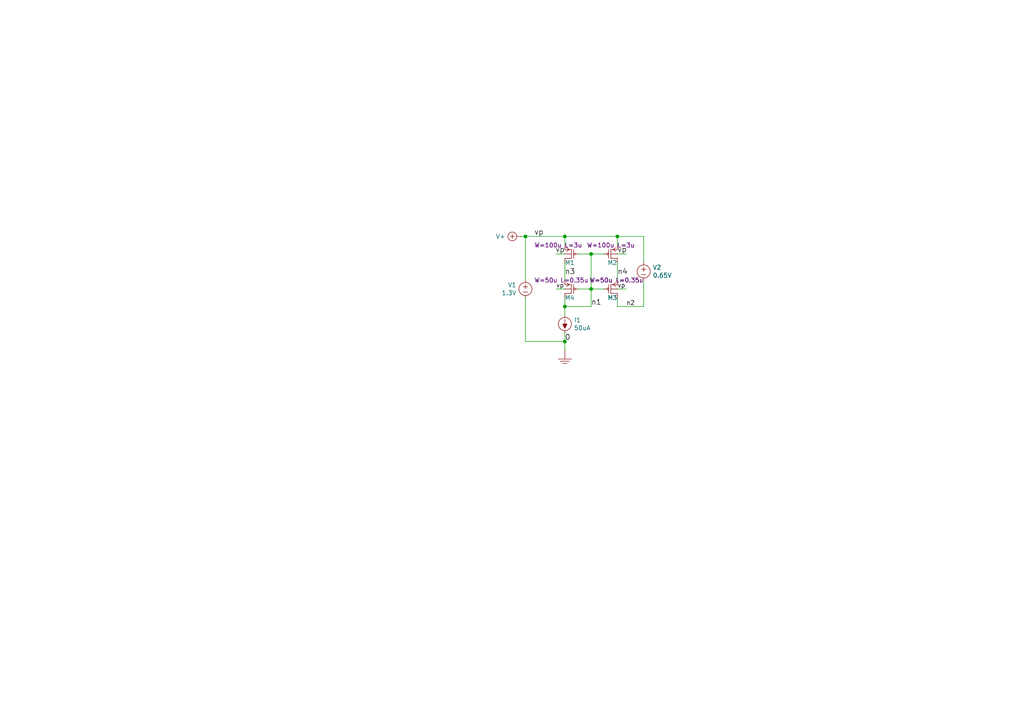
<source format=kicad_sch>
(kicad_sch (version 20230121) (generator eeschema)
  (paper "A4")
  (lib_symbols
    (symbol "sch-rescue:GND-Earth-REF-Sources_Power" (pin_numbers hide) (pin_names (offset 0) hide)
      (symbol "GND-Earth-REF-Sources_Power_0_1"
        (polyline (pts (xy -1.905 0) (xy 1.905 0)))
        (polyline (pts (xy -1.27 -0.635) (xy 1.27 -0.635)))
        (polyline (pts (xy -0.635 -1.27) (xy 0.635 -1.27)))
        (polyline (pts (xy 0 2.54) (xy 0 0)))
      )
      (symbol "GND-Earth-REF-Sources_Power_1_1"
        (pin power_out line (at 0 2.54 270) (length 0) (name "1") (number "1"))
      )
    )
    (symbol "sch-rescue:I-IND-DC-Sources_Signal" (pin_numbers hide) (pin_names (offset 0) hide)
      (property "Reference" "I" (at 0.635 3.175 0))
      (property "Value" "Sources_Signal_I-IND-DC" (at 0.635 -3.175 0))
      (symbol "I-IND-DC-Sources_Signal_0_1"
        (polyline (pts (xy 0 -1.905) (xy 0 -2.54)))
        (polyline (pts (xy 0 1.905) (xy 0 2.54)))
        (polyline (pts (xy 0 1.27) (xy 0 -1.27) (xy -0.635 0) (xy 0.635 0) (xy 0 -1.27)) (fill (type outline)))
        (circle (center 0 0) (radius 1.905))
      )
      (symbol "I-IND-DC-Sources_Signal_1_1"
        (pin input line (at 0 2.54 270) (length 0) (name "1") (number "1"))
        (pin input line (at 0 -2.54 90) (length 0) (name "2") (number "2"))
      )
    )
    (symbol "sch-rescue:PCH-ENH-4TERM-GENERIC-Transistors_MOSFET" (pin_numbers hide) (pin_names (offset 0) hide)
      (property "Reference" "Q" (at 3.175 2.54 0))
      (property "Value" "${SIM.PARAMS}" (at 3.175 -1.905 0))
      (property "Sim.Params" "Transistors_MOSFET_PCH-ENH-4TERM-GENERIC" (at 3.175 -1.905 0))
      (symbol "PCH-ENH-4TERM-GENERIC-Transistors_MOSFET_0_1"
        (circle (center -0.254 0) (radius 0.254))
        (polyline (pts (xy -1.27 0) (xy -0.508 0)))
        (polyline (pts (xy 0.635 0) (xy 2.54 0)))
      )
      (symbol "PCH-ENH-4TERM-GENERIC-Transistors_MOSFET_1_1"
        (polyline (pts (xy 0 -1.27) (xy 0 1.27)))
        (polyline (pts (xy 0.635 -1.27) (xy 0.635 1.27)))
        (polyline (pts (xy 0.635 -1.27) (xy 2.54 -1.27)))
        (polyline (pts (xy 0.635 1.27) (xy 2.54 1.27)))
        (polyline (pts (xy 2.54 -1.27) (xy 2.54 -2.54)))
        (polyline (pts (xy 2.54 1.27) (xy 2.54 2.54)))
        (polyline (pts (xy 2.032 1.778) (xy 1.27 1.27) (xy 2.032 0.762)))
        (pin bidirectional line (at 2.54 0 180) (length 0) (name "Bulk") (number "b"))
        (pin bidirectional line (at 2.54 -2.54 90) (length 0) (name "Drain") (number "d"))
        (pin bidirectional line (at -1.27 0 0) (length 0) (name "Gate") (number "g"))
        (pin bidirectional line (at 2.54 2.54 270) (length 0) (name "Source") (number "s"))
      )
    )
    (symbol "sch-rescue:V-IND-DC-Sources_Signal" (pin_numbers hide) (pin_names (offset 0) hide)
      (property "Reference" "V" (at 0.635 3.175 0))
      (property "Value" "Sources_Signal_V-IND-DC" (at 0.635 -3.175 0))
      (symbol "V-IND-DC-Sources_Signal_0_1"
        (polyline (pts (xy -0.635 -0.889) (xy 0.635 -0.889)))
        (polyline (pts (xy 0 -1.905) (xy 0 -2.54)))
        (polyline (pts (xy 0 0) (xy 0 1.27)))
        (polyline (pts (xy 0 1.905) (xy 0 2.54)))
        (polyline (pts (xy 0.635 0.635) (xy -0.635 0.635)))
        (circle (center 0 0) (radius 1.905))
      )
      (symbol "V-IND-DC-Sources_Signal_1_1"
        (pin input line (at 0 2.54 270) (length 0) (name "1") (number "1"))
        (pin input line (at 0 -2.54 90) (length 0) (name "2") (number "2"))
      )
    )
    (symbol "sch-rescue:V-PLUS-SUPPLY-Sources_Power" (pin_numbers hide) (pin_names (offset 0) hide)
      (property "Value" "Sources_Power_V-PLUS-SUPPLY" (at 0 1.905 0))
      (symbol "V-PLUS-SUPPLY-Sources_Power_0_1"
        (polyline (pts (xy -0.635 0) (xy 0.635 0)))
        (polyline (pts (xy 0 -2.54) (xy 0 -1.27)))
        (polyline (pts (xy 0 -0.635) (xy 0 0.635)))
        (circle (center 0 0) (radius 1.27))
      )
      (symbol "V-PLUS-SUPPLY-Sources_Power_1_1"
        (pin power_out line (at 0 -2.54 90) (length 0) (name "1") (number "1"))
      )
    )
  )
  (junction (at 163.83 68.58))
  (junction (at 179.07 68.58))
  (junction (at 152.4 68.58))
  (junction (at 171.45 73.66))
  (junction (at 163.83 88.9))
  (junction (at 171.45 83.82))
  (junction (at 163.83 99.06))
  (wire (pts (xy 179.07 88.9) (xy 186.69 88.9)))
  (wire (pts (xy 163.83 71.12) (xy 163.83 68.58)))
  (wire (pts (xy 163.83 88.9) (xy 163.83 91.44)))
  (wire (pts (xy 186.69 76.2) (xy 186.69 68.58)))
  (wire (pts (xy 152.4 99.06) (xy 163.83 99.06)))
  (wire (pts (xy 179.07 86.36) (xy 179.07 88.9)))
  (wire (pts (xy 163.83 96.52) (xy 163.83 99.06)))
  (wire (pts (xy 163.83 76.2) (xy 163.83 81.28)))
  (wire (pts (xy 171.45 83.82) (xy 171.45 88.9)))
  (wire (pts (xy 179.07 71.12) (xy 179.07 68.58)))
  (wire (pts (xy 179.07 73.66) (xy 181.61 73.66)))
  (wire (pts (xy 161.29 83.82) (xy 163.83 83.82)))
  (wire (pts (xy 167.64 73.66) (xy 171.45 73.66)))
  (wire (pts (xy 171.45 83.82) (xy 167.64 83.82)))
  (wire (pts (xy 152.4 68.58) (xy 152.4 81.28)))
  (wire (pts (xy 171.45 73.66) (xy 171.45 83.82)))
  (wire (pts (xy 163.83 99.06) (xy 163.83 101.6)))
  (wire (pts (xy 163.83 86.36) (xy 163.83 88.9)))
  (wire (pts (xy 163.83 73.66) (xy 161.29 73.66)))
  (wire (pts (xy 171.45 83.82) (xy 175.26 83.82)))
  (wire (pts (xy 171.45 88.9) (xy 163.83 88.9)))
  (wire (pts (xy 163.83 68.58) (xy 179.07 68.58)))
  (wire (pts (xy 179.07 83.82) (xy 181.61 83.82)))
  (wire (pts (xy 152.4 86.36) (xy 152.4 99.06)))
  (wire (pts (xy 179.07 68.58) (xy 186.69 68.58)))
  (wire (pts (xy 179.07 81.28) (xy 179.07 76.2)))
  (wire (pts (xy 152.4 68.58) (xy 163.83 68.58)))
  (wire (pts (xy 151.13 68.58) (xy 152.4 68.58)))
  (wire (pts (xy 171.45 73.66) (xy 175.26 73.66)))
  (wire (pts (xy 186.69 81.28) (xy 186.69 88.9)))
  (label "vp" (at 179.07 73.66 0) (effects (font (size 1.524 1.524))))
  (label "n2" (at 181.61 88.9 0))
  (label "vp" (at 179.07 83.82 0))
  (label "0" (at 163.83 99.06 0) (effects (font (size 1.524 1.524))))
  (label "n3" (at 163.83 80.01 0) (effects (font (size 1.524 1.524))))
  (label "vp" (at 154.94 68.58 0) (effects (font (size 1.524 1.524))))
  (label "vp" (at 163.83 73.66 180) (effects (font (size 1.524 1.524))))
  (label "n1" (at 171.45 88.9 0) (effects (font (size 1.524 1.524))))
  (label "vp" (at 161.29 83.82 0))
  (label "n4" (at 179.07 80.01 0) (effects (font (size 1.524 1.524))))
  (symbol (lib_id "sch-rescue:V-PLUS-SUPPLY-Sources_Power") (at 148.59 68.58 90) (unit 1)
    (property "Reference" "#PWR1" (effects hide))
    (property "Value" "V+" (at 146.6342 68.58 90) (effects (justify left)))
  )
  (symbol (lib_id "sch-rescue:V-IND-DC-Sources_Signal") (at 152.4 83.82 0) (mirror y) (unit 1)
    (property "Reference" "V1" (at 149.7838 82.6516 0) (effects (justify left)))
    (property "Value" "1.3V" (at 149.7838 84.963 0) (effects (justify left)))
  )
  (symbol (lib_id "sch-rescue:I-IND-DC-Sources_Signal") (at 163.83 93.98 0) (unit 1)
    (property "Reference" "I1" (at 166.4462 92.8116 0) (effects (justify left)))
    (property "Value" "50uA" (at 166.4462 95.123 0) (effects (justify left)))
  )
  (symbol (lib_id "sch-rescue:PCH-ENH-4TERM-GENERIC-Transistors_MOSFET") (at 166.37 73.66 0) (mirror y) (unit 1)
    (property "Reference" "M1" (at 163.83 76.2 0) (effects (justify right)))
    (property "Value" "${SIM.PARAMS}" (at 154.94 71.12 0) (effects (justify right)))
    (property "Sim.Device" "SPICE" (effects hide))
    (property "Sim.Params" "W=100u L=3u" (at 154.94 71.12 0) (effects (justify right)))
    (property "Sim.Pins" "1=1 1=2 1=3 1=4" (effects hide))
  )
  (symbol (lib_id "sch-rescue:PCH-ENH-4TERM-GENERIC-Transistors_MOSFET") (at 176.53 73.66 0) (unit 1)
    (property "Reference" "M2" (at 179.07 76.2 0) (effects (justify right)))
    (property "Value" "${SIM.PARAMS}" (at 184.15 71.12 0) (effects (justify right)))
    (property "Sim.Device" "SPICE" (effects hide))
    (property "Sim.Params" "W=100u L=3u" (at 184.15 71.12 0) (effects (justify right)))
    (property "Sim.Pins" "1=1 1=2 1=3 1=4" (effects hide))
  )
  (symbol (lib_id "sch-rescue:V-IND-DC-Sources_Signal") (at 186.69 78.74 0) (unit 1)
    (property "Reference" "V2" (at 189.3062 77.5716 0) (effects (justify left)))
    (property "Value" "0.65V" (at 189.3062 79.883 0) (effects (justify left)))
  )
  (symbol (lib_id "sch-rescue:GND-Earth-REF-Sources_Power") (at 163.83 104.14 0) (unit 1)
    (property "Reference" "#PWR2" (effects hide))
    (property "Value" "GND-Earth-REF" (effects hide))
  )
  (symbol (lib_id "sch-rescue:PCH-ENH-4TERM-GENERIC-Transistors_MOSFET") (at 176.53 83.82 0) (unit 1)
    (property "Reference" "M3" (at 179.07 86.36 0) (effects (justify right)))
    (property "Value" "${SIM.PARAMS}" (at 186.69 81.28 0) (effects (justify right)))
    (property "Sim.Device" "SPICE" (effects hide))
    (property "Sim.Params" "W=50u L=0.35u" (at 186.69 81.28 0) (effects (justify right)))
    (property "Sim.Pins" "1=1 1=2 1=3 1=4" (effects hide))
  )
  (symbol (lib_id "sch-rescue:PCH-ENH-4TERM-GENERIC-Transistors_MOSFET") (at 166.37 83.82 0) (mirror y) (unit 1)
    (property "Reference" "M4" (at 163.83 86.36 0) (effects (justify right)))
    (property "Value" "${SIM.PARAMS}" (at 154.94 81.28 0) (effects (justify right)))
    (property "Sim.Device" "SPICE" (effects hide))
    (property "Sim.Params" "W=50u L=0.35u" (at 154.94 81.28 0) (effects (justify right)))
    (property "Sim.Pins" "1=1 1=2 1=3 1=4" (effects hide))
  )
)
</source>
